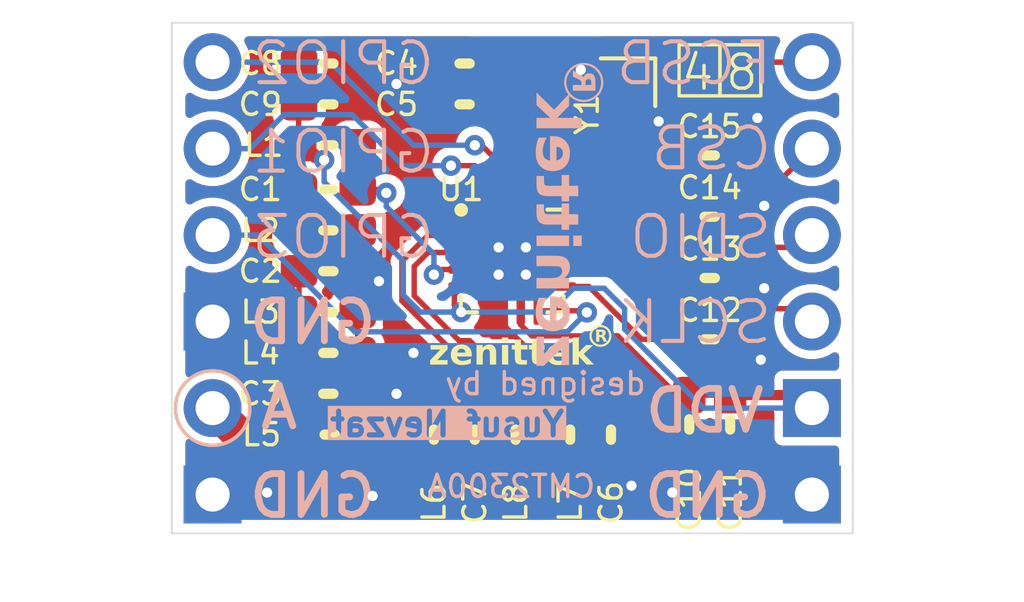
<source format=kicad_pcb>
(kicad_pcb (version 20241229) (generator "pcbnew") (generator_version "9.0")
  (layers (0 "F.Cu" signal) (2 "B.Cu" mixed) (13 "F.Paste" user) (15 "B.Paste" user) (5 "F.SilkS" user "F.Silkscreen") (7 "B.SilkS" user "B.Silkscreen") (1 "F.Mask" user) (3 "B.Mask" user) (25 "Edge.Cuts" user))
  (net 0 "")
  (net 1 "VDD")
  (net 2 "GND")
  (net 3 "Net-(U1-PA)")
  (net 4 "Net-(C3-Pad1)")
  (net 5 "Net-(U1-RFIN)")
  (net 6 "Net-(U1-RFIP)")
  (net 7 "/SCLK")
  (net 8 "/SDIO")
  (net 9 "/CSB")
  (net 10 "/FCSB")
  (net 11 "Net-(U1-XO)")
  (net 12 "Net-(U1-XI)")
  (net 13 "/GPIO3")
  (net 14 "/GPIO2")
  (net 15 "/GPIO1")
  (net 16 "Net-(J1-Pin_5)")
  (net 17 "Net-(C1-Pad1)")
  (net 18 "Net-(C2-Pad1)")
  (net 19 "Net-(C7-Pad2)")
  (footprint "Kendi_Yaptiklarim:C_0603_HandSolder" (layer "F.Cu") (at 134.6 73.7)
    (property "Reference" "C8" (at -2 0 0) (layer "F.SilkS") (effects (font (size 0.65 0.65) (thickness 0.1))))
    (property "Value" "4.7uF")
    (fp_line (start -0.15 0) (end 0.15 0) (stroke (width 0.3)) (layer "F.SilkS"))
    (pad "1" smd roundrect (at -0.8625 0) (size 1.075 0.95) (layers "F.Cu" "F.Mask" "F.Paste") (net 1 "VDD"))
    (pad "2" smd roundrect (at 0.8625 0) (size 1.075 0.95) (layers "F.Cu" "F.Mask" "F.Paste") (net 2 "GND"))
  )
  (footprint "Kendi_Yaptiklarim:L_0603_HandSolder" (layer "F.Cu") (at 134.6 82.2 180)
    (property "Reference" "L4" (at 2 0 0) (layer "F.SilkS") (effects (font (size 0.65 0.65) (thickness 0.1))))
    (property "Value" "33nH")
    (fp_line (start -0.15 0) (end 0.15 0) (stroke (width 0.3)) (layer "F.SilkS"))
    (pad "1" smd roundrect (at -0.874999 0 180) (size 1.05 0.95) (layers "F.Cu" "F.Mask" "F.Paste") (net 19 "Net-(C7-Pad2)"))
    (pad "2" smd roundrect (at 0.874999 0 180) (size 1.05 0.95) (layers "F.Cu" "F.Mask" "F.Paste") (net 4 "Net-(C3-Pad1)"))
  )
  (footprint "Crystal:Crystal_SMD_3225-4Pin_3.2x2.5mm" (layer "F.Cu") (at 142.2 75.2 180)
    (property "Reference" "Y1" (at 0 0 90) (layer "F.SilkS") (effects (font (size 0.65 0.65) (thickness 0.1))))
    (property "Value" "26MHz")
    (fp_line (start -2 1.65) (end -0.4 1.65) (stroke (width 0.12)) (layer "F.SilkS"))
    (fp_line (start -2 0.25) (end -2 1.65) (stroke (width 0.12)) (layer "F.SilkS"))
    (pad "1" smd rect (at -1.1 0.85 180) (size 1.4 1.2) (layers "F.Cu" "F.Mask" "F.Paste") (net 12 "Net-(U1-XI)"))
    (pad "2" smd rect (at 1.1 0.85 180) (size 1.4 1.2) (layers "F.Cu" "F.Mask" "F.Paste") (net 2 "GND"))
    (pad "3" smd rect (at 1.1 -0.85 180) (size 1.4 1.2) (layers "F.Cu" "F.Mask" "F.Paste") (net 11 "Net-(U1-XO)"))
    (pad "4" smd rect (at -1.1 -0.85 180) (size 1.4 1.2) (layers "F.Cu" "F.Mask" "F.Paste") (net 2 "GND"))
  )
  (footprint "Kendi_Yaptiklarim:C_0603_HandSolder" (layer "F.Cu") (at 134.6 81)
    (property "Reference" "L3" (at -2 0 0) (layer "F.SilkS") (effects (font (size 0.65 0.65) (thickness 0.1))))
    (property "Value" "15pF")
    (fp_line (start -0.15 0) (end 0.15 0) (stroke (width 0.3)) (layer "F.SilkS"))
    (pad "1" smd roundrect (at -0.8625 0) (size 1.075 0.95) (layers "F.Cu" "F.Mask" "F.Paste") (net 18 "Net-(C2-Pad1)"))
    (pad "2" smd roundrect (at 0.8625 0) (size 1.075 0.95) (layers "F.Cu" "F.Mask" "F.Paste") (net 19 "Net-(C7-Pad2)"))
  )
  (footprint "Kendi_Yaptiklarim:L_0603_HandSolder" (layer "F.Cu") (at 140.1 84.6 90)
    (property "Reference" "L8" (at -2.000001 0 90) (layer "F.SilkS") (effects (font (size 0.65 0.65) (thickness 0.1))))
    (property "Value" "68nH")
    (fp_line (start -0.15 0) (end 0.15 0) (stroke (width 0.3)) (layer "F.SilkS"))
    (pad "1" smd roundrect (at -0.874999 0 90) (size 1.05 0.95) (layers "F.Cu" "F.Mask" "F.Paste") (net 5 "Net-(U1-RFIN)"))
    (pad "2" smd roundrect (at 0.874999 0 90) (size 1.05 0.95) (layers "F.Cu" "F.Mask" "F.Paste") (net 6 "Net-(U1-RFIP)"))
  )
  (footprint "Kendi_Yaptiklarim:C_0603_HandSolder" (layer "F.Cu") (at 145.2 84.3 90)
    (property "Reference" "C10" (at -2.2 0 90) (layer "F.SilkS") (effects (font (size 0.65 0.65) (thickness 0.1))))
    (property "Value" "100nF")
    (fp_line (start -0.15 0) (end 0.15 0) (stroke (width 0.3)) (layer "F.SilkS"))
    (pad "1" smd roundrect (at -0.862501 0 90) (size 1.075 0.95) (layers "F.Cu" "F.Mask" "F.Paste") (net 2 "GND"))
    (pad "2" smd roundrect (at 0.862501 0 90) (size 1.075 0.95) (layers "F.Cu" "F.Mask" "F.Paste") (net 1 "VDD"))
  )
  (footprint "Kendi_Yaptiklarim:C_0603_HandSolder" (layer "F.Cu") (at 134.6 77.4)
    (property "Reference" "C1" (at -2 0 0) (layer "F.SilkS") (effects (font (size 0.65 0.65) (thickness 0.1))))
    (property "Value" "15pF")
    (fp_line (start -0.15 0) (end 0.15 0) (stroke (width 0.3)) (layer "F.SilkS"))
    (pad "1" smd roundrect (at -0.8625 0) (size 1.075 0.95) (layers "F.Cu" "F.Mask" "F.Paste") (net 17 "Net-(C1-Pad1)"))
    (pad "2" smd roundrect (at 0.8625 0) (size 1.075 0.95) (layers "F.Cu" "F.Mask" "F.Paste") (net 3 "Net-(U1-PA)"))
  )
  (footprint "Kendi_Yaptiklarim:C_0603_HandSolder" (layer "F.Cu") (at 145.8 78.2)
    (property "Reference" "C14" (at 0 -0.85 0) (layer "F.SilkS") (effects (font (size 0.65 0.65) (thickness 0.1))))
    (property "Value" "27pF")
    (fp_line (start -0.15 0) (end 0.15 0) (stroke (width 0.3)) (layer "F.SilkS"))
    (pad "1" smd roundrect (at -0.862501 0) (size 1.075 0.95) (layers "F.Cu" "F.Mask" "F.Paste") (net 9 "/CSB"))
    (pad "2" smd roundrect (at 0.862501 0) (size 1.075 0.95) (layers "F.Cu" "F.Mask" "F.Paste") (net 2 "GND"))
  )
  (footprint "Kendi_Yaptiklarim:L_0603_HandSolder" (layer "F.Cu") (at 141.7 84.599999 90)
    (property "Reference" "L7" (at -2.000001 0 90) (layer "F.SilkS") (effects (font (size 0.65 0.65) (thickness 0.1))))
    (property "Value" "27nH")
    (fp_line (start -0.15 0) (end 0.15 0) (stroke (width 0.3)) (layer "F.SilkS"))
    (pad "1" smd roundrect (at -0.874999 0 90) (size 1.05 0.95) (layers "F.Cu" "F.Mask" "F.Paste") (net 5 "Net-(U1-RFIN)"))
    (pad "2" smd roundrect (at 0.874999 0 90) (size 1.05 0.95) (layers "F.Cu" "F.Mask" "F.Paste") (net 19 "Net-(C7-Pad2)"))
  )
  (footprint "Kendi_Yaptiklarim:C_0603_HandSolder" (layer "F.Cu") (at 145.8 81.8)
    (property "Reference" "C12" (at 0 -0.85 0) (layer "F.SilkS") (effects (font (size 0.65 0.65) (thickness 0.1))))
    (property "Value" "27pF")
    (fp_line (start -0.15 0) (end 0.15 0) (stroke (width 0.3)) (layer "F.SilkS"))
    (pad "1" smd roundrect (at -0.8625 0) (size 1.075 0.95) (layers "F.Cu" "F.Mask" "F.Paste") (net 7 "/SCLK"))
    (pad "2" smd roundrect (at 0.8625 0) (size 1.075 0.95) (layers "F.Cu" "F.Mask" "F.Paste") (net 2 "GND"))
  )
  (footprint "Kendi_Yaptiklarim:L_0603_HandSolder" (layer "F.Cu") (at 134.6375 84.6 180)
    (property "Reference" "L5" (at 2 0 0) (layer "F.SilkS") (effects (font (size 0.65 0.65) (thickness 0.1))))
    (property "Value" "33nH")
    (fp_line (start -0.15 0) (end 0.15 0) (stroke (width 0.3)) (layer "F.SilkS"))
    (pad "1" smd roundrect (at -0.874999 0 180) (size 1.05 0.95) (layers "F.Cu" "F.Mask" "F.Paste") (net 4 "Net-(C3-Pad1)"))
    (pad "2" smd roundrect (at 0.874999 0 180) (size 1.05 0.95) (layers "F.Cu" "F.Mask" "F.Paste") (net 16 "Net-(J1-Pin_5)"))
  )
  (footprint "Kendi_Yaptiklarim:L_0603_HandSolder" (layer "F.Cu") (at 134.6 78.6)
    (property "Reference" "L2" (at -2 0 0) (layer "F.SilkS") (effects (font (size 0.65 0.65) (thickness 0.1))))
    (property "Value" "22nH")
    (fp_line (start -0.15 0) (end 0.15 0) (stroke (width 0.3)) (layer "F.SilkS"))
    (pad "1" smd roundrect (at -0.875 0) (size 1.05 0.95) (layers "F.Cu" "F.Mask" "F.Paste") (net 17 "Net-(C1-Pad1)"))
    (pad "2" smd roundrect (at 0.875 0) (size 1.05 0.95) (layers "F.Cu" "F.Mask" "F.Paste") (net 18 "Net-(C2-Pad1)"))
  )
  (footprint "Kendi_Yaptiklarim:C_0603_HandSolder" (layer "F.Cu") (at 145.8 80)
    (property "Reference" "C13" (at 0 -0.85 0) (layer "F.SilkS") (effects (font (size 0.65 0.65) (thickness 0.1))))
    (property "Value" "27pF")
    (fp_line (start -0.15 0) (end 0.15 0) (stroke (width 0.3)) (layer "F.SilkS"))
    (pad "1" smd roundrect (at -0.8625 0) (size 1.075 0.95) (layers "F.Cu" "F.Mask" "F.Paste") (net 8 "/SDIO"))
    (pad "2" smd roundrect (at 0.8625 0) (size 1.075 0.95) (layers "F.Cu" "F.Mask" "F.Paste") (net 2 "GND"))
  )
  (footprint "Package_DFN_QFN:QFN-16-1EP_3x3mm_P0.5mm_EP1.7x1.7mm" (layer "F.Cu") (at 140 79.5)
    (property "Reference" "U1" (at -1.5 -2.1 180) (layer "F.SilkS") (effects (font (size 0.65 0.65) (thickness 0.1))))
    (property "Value" "CMT2300A")
    (fp_line (start -1.51 1.5075) (end -1.51 1.0325) (stroke (width 0.12)) (layer "F.SilkS"))
    (fp_line (start -1.035 1.5075) (end -1.51 1.5075) (stroke (width 0.12)) (layer "F.SilkS"))
    (fp_line (start 1.0325 -1.51) (end 1.5075 -1.51) (stroke (width 0.12)) (layer "F.SilkS"))
    (fp_line (start 1.035 1.5075) (end 1.51 1.5075) (stroke (width 0.12)) (layer "F.SilkS"))
    (fp_line (start 1.5075 -1.51) (end 1.5075 -1.035) (stroke (width 0.12)) (layer "F.SilkS"))
    (fp_line (start 1.51 1.5075) (end 1.51 1.0325) (stroke (width 0.12)) (layer "F.SilkS"))
    (fp_circle (center -1.5 -1.5) (end -1.35 -1.5) (stroke (width 0.1)) (fill yes) (layer "F.SilkS"))
    (pad "1" smd roundrect (at -1.4625 -0.75) (size 0.825 0.25) (layers "F.Cu" "F.Mask" "F.Paste") (net 6 "Net-(U1-RFIP)"))
    (pad "2" smd roundrect (at -1.4625 -0.25) (size 0.825 0.25) (layers "F.Cu" "F.Mask" "F.Paste") (net 5 "Net-(U1-RFIN)"))
    (pad "3" smd roundrect (at -1.4625 0.25) (size 0.825 0.25) (layers "F.Cu" "F.Mask" "F.Paste") (net 3 "Net-(U1-PA)"))
    (pad "4" smd roundrect (at -1.4625 0.75) (size 0.825 0.25) (layers "F.Cu" "F.Mask" "F.Paste") (net 1 "VDD"))
    (pad "5" smd roundrect (at -0.75 1.4625) (size 0.25 0.825) (layers "F.Cu" "F.Mask" "F.Paste") (net 2 "GND"))
    (pad "6" smd roundrect (at -0.25 1.4625) (size 0.25 0.825) (layers "F.Cu" "F.Mask" "F.Paste") (net 2 "GND"))
    (pad "7" smd roundrect (at 0.25 1.4625) (size 0.25 0.825) (layers "F.Cu" "F.Mask" "F.Paste") (net 1 "VDD"))
    (pad "8" smd roundrect (at 0.75 1.4625) (size 0.25 0.825) (layers "F.Cu" "F.Mask" "F.Paste") (net 13 "/GPIO3"))
    (pad "9" smd roundrect (at 1.4625 0.75) (size 0.825 0.25) (layers "F.Cu" "F.Mask" "F.Paste") (net 7 "/SCLK"))
    (pad "10" smd roundrect (at 1.4625 0.25) (size 0.825 0.25) (layers "F.Cu" "F.Mask" "F.Paste") (net 8 "/SDIO"))
    (pad "11" smd roundrect (at 1.4625 -0.25) (size 0.825 0.25) (layers "F.Cu" "F.Mask" "F.Paste") (net 9 "/CSB"))
    (pad "12" smd roundrect (at 1.4625 -0.75) (size 0.825 0.25) (layers "F.Cu" "F.Mask" "F.Paste") (net 10 "/FCSB"))
    (pad "13" smd roundrect (at 0.75 -1.4625) (size 0.25 0.825) (layers "F.Cu" "F.Mask" "F.Paste") (net 12 "Net-(U1-XI)"))
    (pad "14" smd roundrect (at 0.25 -1.4625) (size 0.25 0.825) (layers "F.Cu" "F.Mask" "F.Paste") (net 11 "Net-(U1-XO)"))
    (pad "15" smd roundrect (at -0.25 -1.4625) (size 0.25 0.825) (layers "F.Cu" "F.Mask" "F.Paste") (net 14 "/GPIO2"))
    (pad "16" smd roundrect (at -0.75 -1.4625) (size 0.25 0.825) (layers "F.Cu" "F.Mask" "F.Paste") (net 15 "/GPIO1"))
    (pad "17" thru_hole circle (at -0.4 -0.4) (size 0.6 0.6) (drill 0.3) (layers "*.Cu" "F.Mask") (net 2 "GND"))
    (pad "17" thru_hole circle (at -0.4 0.4) (size 0.6 0.6) (drill 0.3) (layers "*.Cu" "F.Mask") (net 2 "GND"))
    (pad "17" smd rect (at 0 0) (size 1.7 1.7) (property pad_prop_heatsink) (layers "F.Cu" "F.Mask") (net 2 "GND"))
    (pad "17" thru_hole circle (at 0.4 -0.4) (size 0.6 0.6) (drill 0.3) (layers "*.Cu" "F.Mask") (net 2 "GND"))
    (pad "17" thru_hole circle (at 0.4 0.4) (size 0.6 0.6) (drill 0.3) (layers "*.Cu" "F.Mask") (net 2 "GND"))
  )
  (footprint "Kendi_Yaptiklarim:C_0603_HandSolder" (layer "F.Cu") (at 142.9 84.599999 90)
    (property "Reference" "C6" (at -2.000001 0 90) (layer "F.SilkS") (effects (font (size 0.65 0.65) (thickness 0.1))))
    (property "Value" "4.7pF")
    (fp_line (start -0.15 0) (end 0.15 0) (stroke (width 0.3)) (layer "F.SilkS"))
    (pad "1" smd roundrect (at -0.862501 0 90) (size 1.075 0.95) (layers "F.Cu" "F.Mask" "F.Paste") (net 2 "GND"))
    (pad "2" smd roundrect (at 0.862501 0 90) (size 1.075 0.95) (layers "F.Cu" "F.Mask" "F.Paste") (net 5 "Net-(U1-RFIN)"))
  )
  (footprint "Kendi_Yaptiklarim:L_0603_HandSolder" (layer "F.Cu") (at 137.7 84.6 90)
    (property "Reference" "L6" (at -2.000001 0 90) (layer "F.SilkS") (effects (font (size 0.65 0.65) (thickness 0.1))))
    (property "Value" "27nH")
    (fp_line (start -0.15 0) (end 0.15 0) (stroke (width 0.3)) (layer "F.SilkS"))
    (pad "1" smd roundrect (at -0.874999 0 90) (size 1.05 0.95) (layers "F.Cu" "F.Mask" "F.Paste") (net 6 "Net-(U1-RFIP)"))
    (pad "2" smd roundrect (at 0.874999 0 90) (size 1.05 0.95) (layers "F.Cu" "F.Mask" "F.Paste") (net 2 "GND"))
  )
  (footprint "Kendi_Yaptiklarim:C_0603_HandSolder" (layer "F.Cu") (at 138.9 84.6 90)
    (property "Reference" "C7" (at -2.000001 0 90) (layer "F.SilkS") (effects (font (size 0.65 0.65) (thickness 0.1))))
    (property "Value" "4.7pF")
    (fp_line (start -0.15 0) (end 0.15 0) (stroke (width 0.3)) (layer "F.SilkS"))
    (pad "1" smd roundrect (at -0.862501 0 90) (size 1.075 0.95) (layers "F.Cu" "F.Mask" "F.Paste") (net 6 "Net-(U1-RFIP)"))
    (pad "2" smd roundrect (at 0.862501 0 90) (size 1.075 0.95) (layers "F.Cu" "F.Mask" "F.Paste") (net 19 "Net-(C7-Pad2)"))
  )
  (footprint "Kendi_Yaptiklarim:C_0603_HandSolder" (layer "F.Cu") (at 138.6 73.7 180)
    (property "Reference" "C4" (at 2 0 0) (layer "F.SilkS") (effects (font (size 0.65 0.65) (thickness 0.1))))
    (property "Value" "24pF")
    (fp_line (start -0.15 0) (end 0.15 0) (stroke (width 0.3)) (layer "F.SilkS"))
    (pad "1" smd roundrect (at -0.862501 0 180) (size 1.075 0.95) (layers "F.Cu" "F.Mask" "F.Paste") (net 12 "Net-(U1-XI)"))
    (pad "2" smd roundrect (at 0.862501 0 180) (size 1.075 0.95) (layers "F.Cu" "F.Mask" "F.Paste") (net 2 "GND"))
  )
  (footprint "Kendi_Yaptiklarim:C_0603_HandSolder" (layer "F.Cu") (at 134.6 79.8)
    (property "Reference" "C2" (at -2 0 0) (layer "F.SilkS") (effects (font (size 0.65 0.65) (thickness 0.1))))
    (property "Value" "3pF")
    (fp_line (start -0.15 0) (end 0.15 0) (stroke (width 0.3)) (layer "F.SilkS"))
    (pad "1" smd roundrect (at -0.8625 0) (size 1.075 0.95) (layers "F.Cu" "F.Mask" "F.Paste") (net 18 "Net-(C2-Pad1)"))
    (pad "2" smd roundrect (at 0.8625 0) (size 1.075 0.95) (layers "F.Cu" "F.Mask" "F.Paste") (net 2 "GND"))
  )
  (footprint "Kendi_Yaptiklarim:C_0603_HandSolder" (layer "F.Cu") (at 138.6 74.9 180)
    (property "Reference" "C5" (at 2 0 0) (layer "F.SilkS") (effects (font (size 0.65 0.65) (thickness 0.1))))
    (property "Value" "24pF")
    (fp_line (start -0.15 0) (end 0.15 0) (stroke (width 0.3)) (layer "F.SilkS"))
    (pad "1" smd roundrect (at -0.862501 0 180) (size 1.075 0.95) (layers "F.Cu" "F.Mask" "F.Paste") (net 11 "Net-(U1-XO)"))
    (pad "2" smd roundrect (at 0.862501 0 180) (size 1.075 0.95) (layers "F.Cu" "F.Mask" "F.Paste") (net 2 "GND"))
  )
  (footprint "Kendi_Yaptiklarim:C_0603_HandSolder" (layer "F.Cu") (at 134.6 83.4)
    (property "Reference" "C3" (at -2 0 0) (layer "F.SilkS") (effects (font (size 0.65 0.65) (thickness 0.1))))
    (property "Value" "6.2pF")
    (fp_line (start -0.15 0) (end 0.15 0) (stroke (width 0.3)) (layer "F.SilkS"))
    (pad "1" smd roundrect (at -0.8625 0) (size 1.075 0.95) (layers "F.Cu" "F.Mask" "F.Paste") (net 4 "Net-(C3-Pad1)"))
    (pad "2" smd roundrect (at 0.8625 0) (size 1.075 0.95) (layers "F.Cu" "F.Mask" "F.Paste") (net 2 "GND"))
  )
  (footprint "Kendi_Yaptiklarim:C_0603_HandSolder" (layer "F.Cu") (at 146.4 84.3 90)
    (property "Reference" "C11" (at -2.2 0 90) (layer "F.SilkS") (effects (font (size 0.65 0.65) (thickness 0.1))))
    (property "Value" "100nF")
    (fp_line (start -0.15 0) (end 0.15 0) (stroke (width 0.3)) (layer "F.SilkS"))
    (pad "1" smd roundrect (at -0.862501 0 90) (size 1.075 0.95) (layers "F.Cu" "F.Mask" "F.Paste") (net 2 "GND"))
    (pad "2" smd roundrect (at 0.862501 0 90) (size 1.075 0.95) (layers "F.Cu" "F.Mask" "F.Paste") (net 1 "VDD"))
  )
  (footprint "Kendi_Yaptiklarim:L_0603_HandSolder" (layer "F.Cu") (at 134.6 76.1)
    (property "Reference" "L1" (at -1.9 0 0) (layer "F.SilkS") (effects (font (size 0.65 0.65) (thickness 0.1))))
    (property "Value" "180nH")
    (fp_line (start -0.15 0) (end 0.15 0) (stroke (width 0.3)) (layer "F.SilkS"))
    (pad "1" smd roundrect (at -0.875 0) (size 1.05 0.95) (layers "F.Cu" "F.Mask" "F.Paste") (net 1 "VDD"))
    (pad "2" smd roundrect (at 0.875 0) (size 1.05 0.95) (layers "F.Cu" "F.Mask" "F.Paste") (net 3 "Net-(U1-PA)"))
  )
  (footprint "Kendi_Yaptiklarim:C_0603_HandSolder" (layer "F.Cu") (at 134.6 74.9)
    (property "Reference" "C9" (at -2 0 0) (layer "F.SilkS") (effects (font (size 0.65 0.65) (thickness 0.1))))
    (property "Value" "470pF")
    (fp_line (start -0.15 0) (end 0.15 0) (stroke (width 0.3)) (layer "F.SilkS"))
    (pad "1" smd roundrect (at -0.8625 0) (size 1.075 0.95) (layers "F.Cu" "F.Mask" "F.Paste") (net 1 "VDD"))
    (pad "2" smd roundrect (at 0.8625 0) (size 1.075 0.95) (layers "F.Cu" "F.Mask" "F.Paste") (net 2 "GND"))
  )
  (footprint "Kendi_Yaptiklarim:C_0603_HandSolder" (layer "F.Cu") (at 145.8 76.4)
    (property "Reference" "C15" (at 0 -0.85 0) (layer "F.SilkS") (effects (font (size 0.65 0.65) (thickness 0.1))))
    (property "Value" "27pF")
    (fp_line (start -0.15 0) (end 0.15 0) (stroke (width 0.3)) (layer "F.SilkS"))
    (pad "1" smd roundrect (at -0.862501 0) (size 1.075 0.95) (layers "F.Cu" "F.Mask" "F.Paste") (net 10 "/FCSB"))
    (pad "2" smd roundrect (at 0.862501 0) (size 1.075 0.95) (layers "F.Cu" "F.Mask" "F.Paste") (net 2 "GND"))
  )
  (footprint "Connector_PinHeader_2.54mm:PinHeader_1x06_P2.54mm_Vertical" (layer "B.Cu") (at 131.2 73.66 180)
    (property "Reference" "J1" (hide yes))
    (property "Value" "Conn_01x06_Pin")
    (fp_circle (center 0 -10.16) (end -1.0922 -10.16) (stroke (width 0.1)) (fill no) (layer "F.SilkS"))
    (fp_circle (center 0 -10.16) (end 1.0922 -10.16) (stroke (width 0.1)) (fill no) (layer "B.SilkS"))
    (pad "1" thru_hole oval (at 0 0 180) (size 1.7 1.7) (drill 1) (layers "*.Cu" "*.Mask") (net 14 "/GPIO2"))
    (pad "2" thru_hole oval (at 0 -2.54 180) (size 1.7 1.7) (drill 1) (layers "*.Cu" "*.Mask") (net 15 "/GPIO1"))
    (pad "3" thru_hole oval (at 0 -5.08 180) (size 1.7 1.7) (drill 1) (layers "*.Cu" "*.Mask") (net 13 "/GPIO3"))
    (pad "4" thru_hole rect (at 0 -7.62 180) (size 1.7 1.7) (drill 1) (layers "*.Cu" "*.Mask") (net 2 "GND"))
    (pad "5" thru_hole oval (at 0 -10.16 180) (size 1.7 1.7) (drill 1) (layers "*.Cu" "*.Mask") (net 16 "Net-(J1-Pin_5)"))
    (pad "6" thru_hole rect (at 0 -12.7 180) (size 1.7 1.7) (drill 1) (layers "*.Cu" "*.Mask") (net 2 "GND"))
  )
  (footprint "Connector_PinHeader_2.54mm:PinHeader_1x06_P2.54mm_Vertical" (layer "B.Cu") (at 148.8 73.66 180)
    (property "Reference" "J2" (hide yes))
    (property "Value" "Conn_01x06_Pin")
    (pad "1" thru_hole oval (at 0 0 180) (size 1.7 1.7) (drill 1) (layers "*.Cu" "*.Mask") (net 10 "/FCSB"))
    (pad "2" thru_hole oval (at 0 -2.54 180) (size 1.7 1.7) (drill 1) (layers "*.Cu" "*.Mask") (net 9 "/CSB"))
    (pad "3" thru_hole oval (at 0 -5.08 180) (size 1.7 1.7) (drill 1) (layers "*.Cu" "*.Mask") (net 8 "/SDIO"))
    (pad "4" thru_hole oval (at 0 -7.62 180) (size 1.7 1.7) (drill 1) (layers "*.Cu" "*.Mask") (net 7 "/SCLK"))
    (pad "5" thru_hole rect (at 0 -10.16 180) (size 1.7 1.7) (drill 1) (layers "*.Cu" "*.Mask") (net 1 "VDD"))
    (pad "6" thru_hole rect (at 0 -12.7 180) (size 1.7 1.7) (drill 1) (layers "*.Cu" "*.Mask") (net 2 "GND"))
  )
  (gr_rect (start 144.9 73.15) (end 146.1 74.65) (stroke (width 0.1)) (fill no) (layer "F.SilkS"))
  (gr_rect (start 146.1 73.15) (end 147.3 74.65) (stroke (width 0.1)) (fill no) (layer "F.SilkS"))
  (gr_circle (center 142.590001 81.7) (end 142.880002 81.699998) (stroke (width 0.065)) (fill no) (layer "F.SilkS"))
  (gr_circle (center 142.1 74.257132) (end 142.079999 73.714632) (stroke (width 0.065)) (fill no) (layer "B.SilkS"))
  (gr_rect (start 130 72.5) (end 150 87.5) (stroke (width 0.05)) (fill no) (layer "Edge.Cuts"))
  (gr_text "4" (at 144.9 74.55 0) (layer "F.SilkS") (effects (font (size 1 1) (thickness 0.1)) (justify left bottom)))
  (gr_text "R" (at 142.420003 81.929999 0) (layer "F.SilkS") (effects (font (size 0.35 0.35) (thickness 0.0875) (bold yes)) (justify left bottom)))
  (gr_text "8" (at 146.2 74.55 0) (layer "F.SilkS") (effects (font (size 1 1) (thickness 0.1)) (justify left bottom)))
  (gr_text "zenittek" (at 137.540001 82.669999 0) (layer "F.SilkS") (effects (font (size 0.75 0.75) (thickness 0.125) (bold yes) (italic yes)) (justify left bottom)))
  (gr_text "CSB" (at 147.7 76.9 0) (layer "B.SilkS") (effects (font (size 1.2 1.2) (thickness 0.12)) (justify left bottom mirror)))
  (gr_text "A" (at 133.8 84.5 0) (layer "B.SilkS") (effects (font (size 1.2 1.2) (thickness 0.2) (bold yes)) (justify left bottom mirror)))
  (gr_text "zenittek" (at 140.5 82.657132 270) (layer "B.SilkS") (effects (font (size 1.25 1.25) (thickness 0.125) (bold yes) (italic yes)) (justify left bottom mirror)))
  (gr_text "GPIO2" (at 137.8 74.4 0) (layer "B.SilkS") (effects (font (size 1.2 1.2) (thickness 0.12)) (justify left bottom mirror)))
  (gr_text "GND" (at 136.1 82 0) (layer "B.SilkS") (effects (font (size 1.2 1.2) (thickness 0.2) (bold yes)) (justify left bottom mirror)))
  (gr_text "Yusuf Nevzat" (at 141.6 84.7 0) (layer "B.SilkS" knockout) (effects (font (size 0.7 0.7) (thickness 0.15) (bold yes)) (justify left bottom mirror)))
  (gr_text "SCLK" (at 147.7 82 0) (layer "B.SilkS") (effects (font (size 1.2 1.2) (thickness 0.12)) (justify left bottom mirror)))
  (gr_text "GPIO3" (at 137.8 79.5 0) (layer "B.SilkS") (effects (font (size 1.2 1.2) (thickness 0.12)) (justify left bottom mirror)))
  (gr_text "designed by" (at 143.98 83.48 0) (layer "B.SilkS") (effects (font (size 0.65 0.65) (thickness 0.1)) (justify left bottom mirror)))
  (gr_text "SDIO" (at 147.7 79.5 0) (layer "B.SilkS") (effects (font (size 1.2 1.2) (thickness 0.12)) (justify left bottom mirror)))
  (gr_text "FCSB" (at 147.7 74.4 0) (layer "B.SilkS") (effects (font (size 1.2 1.2) (thickness 0.12)) (justify left bottom mirror)))
  (gr_text "CMT2300A" (at 142.5 86.5 0) (layer "B.SilkS") (effects (font (size 0.65 0.65) (thickness 0.1)) (justify left bottom mirror)))
  (gr_text "GND" (at 136.1 87.1 0) (layer "B.SilkS") (effects (font (size 1.2 1.2) (thickness 0.2) (bold yes)) (justify left bottom mirror)))
  (gr_text "VDD" (at 147.5 84.6 0) (layer "B.SilkS") (effects (font (size 1.2 1.2) (thickness 0.2) (bold yes)) (justify left bottom mirror)))
  (gr_text "R" (at 141.669999 74.584632 270) (layer "B.SilkS") (effects (font (size 0.65 0.65) (thickness 0.0875) (bold yes)) (justify left bottom mirror)))
  (gr_text "GPIO1" (at 137.8 77 0) (layer "B.SilkS") (effects (font (size 1.2 1.2) (thickness 0.12)) (justify left bottom mirror)))
  (gr_text "GND" (at 147.7 87.1 0) (layer "B.SilkS") (effects (font (size 1.2 1.2) (thickness 0.2) (bold yes)) (justify left bottom mirror)))
  (segment (start 133.725 74.9125) (end 133.7375 74.9) (width 0.16) (layer "F.Cu") (net 1))
  (segment (start 134.041429 76.1) (end 134.270714 76.329286) (width 0.16) (layer "F.Cu") (net 1))
  (segment (start 140.25 81.374999) (end 140.575001 81.7) (width 0.16) (layer "F.Cu") (net 1))
  (segment (start 134.270714 76.329286) (end 134.270714 76.420384) (width 0.16) (layer "F.Cu") (net 1))
  (segment (start 134.158049 76.533049) (end 133.725 76.1) (width 0.16) (layer "F.Cu") (net 1))
  (segment (start 143.1 81.7) (end 144.837499 83.437499) (width 0.16) (layer "F.Cu") (net 1))
  (segment (start 133.725 76.1) (end 134.041429 76.1) (width 0.16) (layer "F.Cu") (net 1))
  (segment (start 133.725 76.1) (end 133.725 74.9125) (width 0.16) (layer "F.Cu") (net 1))
  (segment (start 140.575001 81.7) (end 143.1 81.7) (width 0.16) (layer "F.Cu") (net 1))
  (segment (start 138.5375 80.25) (end 138.3 80.4875) (width 0.16) (layer "F.Cu") (net 1))
  (segment (start 134.270714 76.329286) (end 134.474478 76.533049) (width 0.16) (layer "F.Cu") (net 1))
  (segment (start 138.3 80.4875) (end 138.3 80.8) (width 0.16) (layer "F.Cu") (net 1))
  (segment (start 145.2 83.437499) (end 146.4 83.437499) (width 0.16) (layer "F.Cu") (net 1))
  (segment (start 138.3 80.8) (end 138.5 81) (width 0.16) (layer "F.Cu") (net 1))
  (segment (start 134.474478 76.533049) (end 134.158049 76.533049) (width 0.16) (layer "F.Cu") (net 1))
  (segment (start 148.417499 83.437499) (end 148.8 83.82) (width 0.3) (layer "F.Cu") (net 1))
  (segment (start 133.7375 74.9) (end 133.7375 73.7) (width 0.16) (layer "F.Cu") (net 1))
  (segment (start 144.837499 83.437499) (end 145.2 83.437499) (width 0.16) (layer "F.Cu") (net 1))
  (segment (start 146.4 83.437499) (end 148.417499 83.437499) (width 0.3) (layer "F.Cu") (net 1))
  (segment (start 140.25 80.9625) (end 140.25 81.374999) (width 0.16) (layer "F.Cu") (net 1))
  (segment (start 134.270714 76.420384) (end 134.158049 76.533049) (width 0.16) (layer "F.Cu") (net 1))
  (via (at 134.474478 76.533049) (size 0.6) (drill 0.3) (layers "F.Cu" "B.Cu") (net 1))
  (via (at 138.5 81) (size 0.6) (drill 0.3) (layers "F.Cu" "B.Cu") (net 1))
  (segment (start 141.1 81) (end 141.8 80.3) (width 0.16) (layer "B.Cu") (net 1))
  (segment (start 145.62 83.82) (end 148.8 83.82) (width 0.16) (layer "B.Cu") (net 1))
  (segment (start 141.8 80.3) (end 142.7 80.3) (width 0.16) (layer "B.Cu") (net 1))
  (segment (start 136.8 80.5) (end 137.3 81) (width 0.16) (layer "B.Cu") (net 1))
  (segment (start 134.474478 77.174478) (end 136.8 79.5) (width 0.16) (layer "B.Cu") (net 1))
  (segment (start 136.8 79.5) (end 136.8 80.5) (width 0.16) (layer "B.Cu") (net 1))
  (segment (start 143.3 81.5) (end 145.62 83.82) (width 0.16) (layer "B.Cu") (net 1))
  (segment (start 134.474478 76.533049) (end 134.474478 77.174478) (width 0.16) (layer "B.Cu") (net 1))
  (segment (start 137.3 81) (end 138.5 81) (width 0.16) (layer "B.Cu") (net 1))
  (segment (start 138.5 81) (end 141.1 81) (width 0.16) (layer "B.Cu") (net 1))
  (segment (start 143.3 80.9) (end 143.3 81.5) (width 0.16) (layer "B.Cu") (net 1))
  (segment (start 142.7 80.3) (end 143.3 80.9) (width 0.16) (layer "B.Cu") (net 1))
  (segment (start 135.4625 73.7) (end 136 73.7) (width 0.16) (layer "F.Cu") (net 2))
  (segment (start 139.25 81.55) (end 139.417057 81.717057) (width 0.16) (layer "F.Cu") (net 2))
  (segment (start 147.602501 85.162501) (end 148.8 86.36) (width 0.3) (layer "F.Cu") (net 2))
  (segment (start 144.7 85.662501) (end 144.7 86.3) (width 0.16) (layer "F.Cu") (net 2))
  (segment (start 139.25 80.25) (end 139.45 80.05) (width 0.16) (layer "F.Cu") (net 2))
  (segment (start 145.2 85.162501) (end 146.4 85.162501) (width 0.16) (layer "F.Cu") (net 2))
  (segment (start 146.4 85.162501) (end 147.602501 85.162501) (width 0.3) (layer "F.Cu") (net 2))
  (segment (start 146.662501 75.837499) (end 147.2 75.3) (width 0.16) (layer "F.Cu") (net 2))
  (segment (start 136 73.7) (end 136.6 74.3) (width 0.16) (layer "F.Cu") (net 2))
  (segment (start 144.1 84.7) (end 144.562501 85.162501) (width 0.16) (layer "F.Cu") (net 2))
  (segment (start 136.6 74.3) (end 136 74.9) (width 0.16) (layer "F.Cu") (net 2))
  (segment (start 136.28 80.289766) (end 136.28 81.38) (width 0.16) (layer "F.Cu") (net 2))
  (segment (start 146.662501 78.2) (end 147.08 78.2) (width 0.16) (layer "F.Cu") (net 2))
  (segment (start 144.900001 85.4625) (end 145.2 85.162501) (width 0.16) (layer "F.Cu") (net 2))
  (segment (start 136.6 83.4) (end 137.374999 83.4) (width 0.16) (layer "F.Cu") (net 2))
  (segment (start 135.4625 83.4) (end 136.6 83.4) (width 0.16) (layer "F.Cu") (net 2))
  (segment (start 139.75 80.9625) (end 139.75 81.384115) (width 0.16) (layer "F.Cu") (net 2))
  (segment (start 137.2 73.7) (end 136.6 74.3) (width 0.16) (layer "F.Cu") (net 2))
  (segment (start 139.417057 81.717057) (end 140.082943 81.717057) (width 0.16) (layer "F.Cu") (net 2))
  (segment (start 139.75 80.9625) (end 139.75 79.75) (width 0.16) (layer "F.Cu") (net 2))
  (segment (start 140.082943 81.717057) (end 140.665885 82.3) (width 0.16) (layer "F.Cu") (net 2))
  (segment (start 144.1 83.4) (end 144.1 84.7) (width 0.16) (layer "F.Cu") (net 2))
  (segment (start 139.75 81.384115) (end 140.082943 81.717057) (width 0.16) (layer "F.Cu") (net 2))
  (segment (start 147.08 78.2) (end 147.4 77.88) (width 0.16) (layer "F.Cu") (net 2))
  (segment (start 140.665885 82.3) (end 143 82.3) (width 0.16) (layer "F.Cu") (net 2))
  (segment (start 136.08493 80.094696) (end 136.28 80.289766) (width 0.16) (layer "F.Cu") (net 2))
  (segment (start 137.737499 74.9) (end 137.737499 73.7) (width 0.16) (layer "F.Cu") (net 2))
  (segment (start 142.9 85.4625) (end 144.900001 85.4625) (width 0.16) (layer "F.Cu") (net 2))
  (segment (start 136.28 81.38) (end 137.1 82.2) (width 0.16) (layer "F.Cu") (net 2))
  (segment (start 143.3 76.05) (end 143.65 76.05) (width 0.16) (layer "F.Cu") (net 2))
  (segment (start 141.549998 74.35) (end 142.014876 73.885122) (width 0.16) (layer "F.Cu") (net 2))
  (segment (start 143.5 86.1) (end 143.5 86.0625) (width 0.16) (layer "F.Cu") (net 2))
  (segment (start 136 74.9) (end 135.4625 74.9) (width 0.16) (layer "F.Cu") (net 2))
  (segment (start 146.662501 76.4) (end 146.662501 75.837499) (width 0.16) (layer "F.Cu") (net 2))
  (segment (start 143.5 86.0625) (end 142.9 85.4625) (width 0.16) (layer "F.Cu") (net 2))
  (segment (start 137.737499 73.7) (end 137.2 73.7) (width 0.16) (layer "F.Cu") (net 2))
  (segment (start 140.250001 80.05) (end 140.55 80.05) (width 0.16) (layer "F.Cu") (net 2))
  (segment (start 143 82.3) (end 144.1 83.4) (width 0.16) (layer "F.Cu") (net 2))
  (segment (start 139.25 80.9625) (end 139.25 81.55) (width 0.16) (layer "F.Cu") (net 2))
  (segment (start 146.7 81.8) (end 147.3 82.4) (width 0.16) (layer "F.Cu") (net 2))
  (segment (start 143.65 76.05) (end 144.3 75.4) (width 0.16) (layer "F.Cu") (net 2))
  (segment (start 137.2 74.9) (end 136.6 74.3) (width 0.16) (layer "F.Cu") (net 2))
  (segment (start 139.75 79.75) (end 140 79.5) (width 0.16) (layer "F.Cu") (net 2))
  (segment (start 145.2 85.162501) (end 144.7 85.662501) (width 0.16) (layer "F.Cu") (net 2))
  (segment (start 141.1 74.35) (end 141.549998 74.35) (width 0.16) (layer "F.Cu") (net 2))
  (segment (start 139.25 80.9625) (end 139.25 80.25) (width 0.16) (layer "F.Cu") (net 2))
  (segment (start 135.4625 73.7) (end 135.4625 74.9) (width 0.16) (layer "F.Cu") (net 2))
  (segment (start 137.737499 74.9) (end 137.2 74.9) (width 0.16) (layer "F.Cu") (net 2))
  (segment (start 146.6625 81.8) (end 146.7 81.8) (width 0.16) (layer "F.Cu") (net 2))
  (segment (start 139.75 80.35) (end 139.45 80.05) (width 0.16) (layer "F.Cu") (net 2))
  (segment (start 139.75 80.9625) (end 139.75 80.35) (width 0.16) (layer "F.Cu") (net 2))
  (segment (start 135.4625 73.7) (end 137.737499 73.7) (width 0.16) (layer "F.Cu") (net 2))
  (segment (start 139.75 80.550001) (end 140.250001 80.05) (width 0.16) (layer "F.Cu") (net 2))
  (segment (start 146.6625 80) (end 147.1 80) (width 0.16) (layer "F.Cu") (net 2))
  (segment (start 144.7 86.3) (end 144.7 86.2) (width 0.16) (layer "F.Cu") (net 2))
  (segment (start 139.75 80.9625) (end 139.75 80.550001) (width 0.16) (layer "F.Cu") (net 2))
  (segment (start 137.374999 83.4) (end 137.7 83.725001) (width 0.16) (layer "F.Cu") (net 2))
  (segment (start 147.1 80) (end 147.4 80.3) (width 0.16) (layer "F.Cu") (net 2))
  (segment (start 135.4625 74.9) (end 137.737499 74.9) (width 0.16) (layer "F.Cu") (net 2))
  (segment (start 144.562501 85.162501) (end 145.2 85.162501) (width 0.16) (layer "F.Cu") (net 2))
  (via (at 137.1 82.2) (size 0.6) (drill 0.3) (layers "F.Cu" "B.Cu") (net 2))
  (via (at 144.7 86.3) (size 0.6) (drill 0.3) (layers "F.Cu" "B.Cu") (net 2))
  (via (at 142.014876 73.885122) (size 0.6) (drill 0.3) (layers "F.Cu" "B.Cu") (net 2))
  (via (at 147.4 80.3) (size 0.6) (drill 0.3) (layers "F.Cu" "B.Cu") (net 2))
  (via (at 136.6 83.4) (size 0.6) (drill 0.3) (layers "F.Cu" "B.Cu") (net 2))
  (via (at 144.3 75.4) (size 0.6) (drill 0.3) (layers "F.Cu" "B.Cu") (net 2))
  (via (at 132.8 86.3) (size 0.6) (drill 0.3) (layers "F.Cu" "B.Cu") (net 2))
  (via (at 136.6 74.3) (size 0.6) (drill 0.3) (layers "F.Cu" "B.Cu") (net 2))
  (via (at 147.2 75.3) (size 0.6) (drill 0.3) (layers "F.Cu" "B.Cu") (net 2))
  (via (at 147.3 82.4) (size 0.6) (drill 0.3) (layers "F.Cu" "B.Cu") (net 2))
  (via (at 147.4 77.88) (size 0.6) (drill 0.3) (layers "F.Cu" "B.Cu") (net 2))
  (via (at 135.9 86.4) (size 0.6) (drill 0.3) (layers "F.Cu" "B.Cu") (net 2))
  (via (at 143.5 86.1) (size 0.6) (drill 0.3) (layers "F.Cu" "B.Cu") (net 2))
  (via (at 136.08493 80.094696) (size 0.6) (drill 0.3) (layers "F.Cu" "B.Cu") (net 2))
  (segment (start 137.1 82.2) (end 137.1 82.9) (width 0.5) (layer "B.Cu") (net 2))
  (segment (start 137.1 82.9) (end 136.6 83.4) (width 0.5) (layer "B.Cu") (net 2))
  (segment (start 136.2 77.4) (end 136.3 77.5) (width 0.16) (layer "F.Cu") (net 3))
  (segment (start 135.475 76.1) (end 135.475 77.3875) (width 0.16) (layer "F.Cu") (net 3))
  (segment (start 138.5375 79.75) (end 137.95 79.75) (width 0.16) (layer "F.Cu") (net 3))
  (segment (start 137.7 79.9) (end 137.8 79.9) (width 0.16) (layer "F.Cu") (net 3))
  (segment (start 137.95 79.75) (end 137.7 79.9) (width 0.16) (layer "F.Cu") (net 3))
  (segment (start 135.4625 77.4) (end 136.2 77.4) (width 0.16) (layer "F.Cu") (net 3))
  (segment (start 135.475 77.3875) (end 135.4625 77.4) (width 0.16) (layer "F.Cu") (net 3))
  (via (at 136.3 77.5) (size 0.6) (drill 0.3) (layers "F.Cu" "B.Cu") (net 3))
  (via (at 137.7 79.9) (size 0.6) (drill 0.3) (layers "F.Cu" "B.Cu") (net 3))
  (segment (start 137.7 79.3) (end 136.3 77.9) (width 0.16) (layer "B.Cu") (net 3))
  (segment (start 137.7 79.9) (end 137.7 79.3) (width 0.16) (layer "B.Cu") (net 3))
  (segment (start 136.3 77.9) (end 136.3 77.5) (width 0.16) (layer "B.Cu") (net 3))
  (segment (start 133.725001 82.2) (end 133.725001 83.387501) (width 0.16) (layer "F.Cu") (net 4))
  (segment (start 135.3 84.6) (end 135.512499 84.6) (width 0.16) (layer "F.Cu") (net 4))
  (segment (start 134.6 83.9) (end 135.3 84.6) (width 0.16) (layer "F.Cu") (net 4))
  (segment (start 134.3 83.4) (end 134.6 83.7) (width 0.16) (layer "F.Cu") (net 4))
  (segment (start 134.6 83.7) (end 134.6 83.9) (width 0.16) (layer "F.Cu") (net 4))
  (segment (start 133.7375 83.4) (end 134.3 83.4) (width 0.16) (layer "F.Cu") (net 4))
  (segment (start 133.725001 83.387501) (end 133.7375 83.4) (width 0.16) (layer "F.Cu") (net 4))
  (segment (start 139.933825 82.077057) (end 140.776768 82.92) (width 0.16) (layer "F.Cu") (net 5))
  (segment (start 140.780782 83.080782) (end 141.080782 83.080782) (width 0.16) (layer "F.Cu") (net 5))
  (segment (start 142.9 83.5) (end 142.9 83.737498) (width 0.16) (layer "F.Cu") (net 5))
  (segment (start 140.9 83.261564) (end 140.930782 83.230782) (width 0.16) (layer "F.Cu") (net 5))
  (segment (start 138.749116 81.84) (end 138.986173 82.077057) (width 0.16) (layer "F.Cu") (net 5))
  (segment (start 140.776768 83.076768) (end 140.776768 82.92) (width 0.16) (layer "F.Cu") (net 5))
  (segment (start 140.1 85.474999) (end 140.1 84.988437) (width 0.16) (layer "F.Cu") (net 5))
  (segment (start 140.9 84.188437) (end 140.9 83.261564) (width 0.16) (layer "F.Cu") (net 5))
  (segment (start 138.44 81.84) (end 138.749116 81.84) (width 0.16) (layer "F.Cu") (net 5))
  (segment (start 140.1 84.988437) (end 140.9 84.188437) (width 0.16) (layer "F.Cu") (net 5))
  (segment (start 141.7 85.474998) (end 141.7 85.2) (width 0.16) (layer "F.Cu") (net 5))
  (segment (start 140.776768 83.076768) (end 140.780782 83.080782) (width 0.16) (layer "F.Cu") (net 5))
  (segment (start 140.930782 83.230782) (end 140.776768 83.076768) (width 0.16) (layer "F.Cu") (net 5))
  (segment (start 137.529756 79.25) (end 137.12 79.659756) (width 0.16) (layer "F.Cu") (net 5))
  (segment (start 140.776768 82.92) (end 141.241564 82.92) (width 0.16) (layer "F.Cu") (net 5))
  (segment (start 140.930782 83.230782) (end 141.080782 83.080782) (width 0.16) (layer "F.Cu") (net 5))
  (segment (start 141.241564 82.92) (end 142.32 82.92) (width 0.16) (layer "F.Cu") (net 5))
  (segment (start 137.12 79.659756) (end 137.12 80.52) (width 0.16) (layer "F.Cu") (net 5))
  (segment (start 142.9 84) (end 142.9 83.737498) (width 0.16) (layer "F.Cu") (net 5))
  (segment (start 141.080782 83.080782) (end 141.241564 82.92) (width 0.16) (layer "F.Cu") (net 5))
  (segment (start 141.7 85.2) (end 142.9 84) (width 0.16) (layer "F.Cu") (net 5))
  (segment (start 138.986173 82.077057) (end 139.933825 82.077057) (width 0.16) (layer "F.Cu") (net 5))
  (segment (start 138.5375 79.25) (end 137.529756 79.25) (width 0.16) (layer "F.Cu") (net 5))
  (segment (start 142.32 82.92) (end 142.9 83.5) (width 0.16) (layer "F.Cu") (net 5))
  (segment (start 137.12 80.52) (end 138.44 81.84) (width 0.16) (layer "F.Cu") (net 5))
  (segment (start 136.76 80.669116) (end 138.290884 82.2) (width 0.16) (layer "F.Cu") (net 6))
  (segment (start 138.6 82.2) (end 138.837057 82.437057) (width 0.16) (layer "F.Cu") (net 6))
  (segment (start 138.887502 85.474999) (end 138.9 85.462501) (width 0.16) (layer "F.Cu") (net 6))
  (segment (start 138.290884 82.2) (end 138.6 82.2) (width 0.16) (layer "F.Cu") (net 6))
  (segment (start 136.76 79.51064) (end 136.76 80.669116) (width 0.16) (layer "F.Cu") (net 6))
  (segment (start 137.52064 78.75) (end 136.76 79.51064) (width 0.16) (layer "F.Cu") (net 6))
  (segment (start 140.1 84) (end 140.1 83.725001) (width 0.16) (layer "F.Cu") (net 6))
  (segment (start 140.1 83.2) (end 140.1 83.725001) (width 0.16) (layer "F.Cu") (net 6))
  (segment (start 138.837057 82.437057) (end 139.337057 82.437057) (width 0.16) (layer "F.Cu") (net 6))
  (segment (start 138.9 85.2) (end 140.1 84) (width 0.16) (layer "F.Cu") (net 6))
  (segment (start 138.5375 78.75) (end 137.52064 78.75) (width 0.16) (layer "F.Cu") (net 6))
  (segment (start 140.1 84.1) (end 140.1 83.725001) (width 0.16) (layer "F.Cu") (net 6))
  (segment (start 138.9 85.462501) (end 138.9 85.2) (width 0.16) (layer "F.Cu") (net 6))
  (segment (start 139.337057 82.437057) (end 140.1 83.2) (width 0.16) (layer "F.Cu") (net 6))
  (segment (start 137.7 85.474999) (end 138.887502 85.474999) (width 0.16) (layer "F.Cu") (net 6))
  (segment (start 144.9375 81.8) (end 144.9375 81.4625) (width 0.16) (layer "F.Cu") (net 7))
  (segment (start 142.25 80.25) (end 141.4625 80.25) (width 0.16) (layer "F.Cu") (net 7))
  (segment (start 145.5 80.9) (end 148.42 80.9) (width 0.16) (layer "F.Cu") (net 7))
  (segment (start 148.42 80.9) (end 148.8 81.28) (width 0.16) (layer "F.Cu") (net 7))
  (segment (start 144.9375 81.4625) (end 145.5 80.9) (width 0.16) (layer "F.Cu") (net 7))
  (segment (start 144.9375 81.8) (end 143.8 81.8) (width 0.16) (layer "F.Cu") (net 7))
  (segment (start 143.8 81.8) (end 142.25 80.25) (width 0.16) (layer "F.Cu") (net 7))
  (segment (start 144.9375 79.7625) (end 145.6 79.1) (width 0.16) (layer "F.Cu") (net 8))
  (segment (start 145.6 79.1) (end 148.44 79.1) (width 0.16) (layer "F.Cu") (net 8))
  (segment (start 144.9375 80) (end 144.9375 79.7625) (width 0.16) (layer "F.Cu") (net 8))
  (segment (start 142.75 79.75) (end 141.4625 79.75) (width 0.16) (layer "F.Cu") (net 8))
  (segment (start 143 80) (end 144.9375 80) (width 0.16) (layer "F.Cu") (net 8))
  (segment (start 143 80) (end 142.75 79.75) (width 0.16) (layer "F.Cu") (net 8))
  (segment (start 148.44 79.1) (end 148.8 78.74) (width 0.16) (layer "F.Cu") (net 8))
  (segment (start 144.937499 78.2) (end 144.937499 77.962501) (width 0.16) (layer "F.Cu") (net 9))
  (segment (start 145.6 77.3) (end 147.7 77.3) (width 0.16) (layer "F.Cu") (net 9))
  (segment (start 144.937499 78.2) (end 143.4 78.2) (width 0.16) (layer "F.Cu") (net 9))
  (segment (start 144.937499 77.962501) (end 145.6 77.3) (width 0.16) (layer "F.Cu") (net 9))
  (segment (start 142.35 79.25) (end 141.4625 79.25) (width 0.16) (layer "F.Cu") (net 9))
  (segment (start 147.7 77.3) (end 148.8 76.2) (width 0.16) (layer "F.Cu") (net 9))
  (segment (start 143.4 78.2) (end 142.35 79.25) (width 0.16) (layer "F.Cu") (net 9))
  (segment (start 141.4625 78.75) (end 142.15 78.75) (width 0.16) (layer "F.Cu") (net 10))
  (segment (start 144.8 76.4) (end 144.937499 76.4) (width 0.16) (layer "F.Cu") (net 10))
  (segment (start 142.15 78.75) (end 143.5 77.4) (width 0.16) (layer "F.Cu") (net 10))
  (segment (start 144.937499 76.4) (end 144.937499 75.562501) (width 0.16) (layer "F.Cu") (net 10))
  (segment (start 146.84 73.66) (end 148.8 73.66) (width 0.16) (layer "F.Cu") (net 10))
  (segment (start 144 77.4) (end 144.937499 76.462501) (width 0.16) (layer "F.Cu") (net 10))
  (segment (start 144.937499 75.562501) (end 146.84 73.66) (width 0.16) (layer "F.Cu") (net 10))
  (segment (start 143.5 77.4) (end 144 77.4) (width 0.16) (layer "F.Cu") (net 10))
  (segment (start 144.937499 76.462501) (end 144.937499 76.4) (width 0.16) (layer "F.Cu") (net 10))
  (segment (start 140.35 76.05) (end 141.1 76.05) (width 0.16) (layer "F.Cu") (net 11))
  (segment (start 140.25 77.35) (end 140.4 77.2) (width 0.16) (layer "F.Cu") (net 11))
  (segment (start 139.462501 74.9) (end 139.462501 75.162501) (width 0.16) (layer "F.Cu") (net 11))
  (segment (start 139.462501 75.162501) (end 140.35 76.05) (width 0.16) (layer "F.Cu") (net 11))
  (segment (start 140.4 77.2) (end 140.9 77.2) (width 0.16) (layer "F.Cu") (net 11))
  (segment (start 140.25 78.0375) (end 140.25 77.35) (width 0.16) (layer "F.Cu") (net 11))
  (segment (start 140.9 77.2) (end 141.1 77) (width 0.16) (layer "F.Cu") (net 11))
  (segment (start 141.1 77) (end 141.1 76.05) (width 0.16) (layer "F.Cu") (net 11))
  (segment (start 143.15 74.35) (end 143.3 74.35) (width 0.16) (layer "F.Cu") (net 12))
  (segment (start 139.462501 73.7) (end 139.6 73.7) (width 0.16) (layer "F.Cu") (net 12))
  (segment (start 141.7875 77.5) (end 142.2 77.0875) (width 0.16) (layer "F.Cu") (net 12))
  (segment (start 142.25 73.3) (end 143.3 74.35) (width 0.16) (layer "F.Cu") (net 12))
  (segment (start 141.2875 77.5) (end 141.7875 77.5) (width 0.16) (layer "F.Cu") (net 12))
  (segment (start 140.75 78.0375) (end 141.2875 77.5) (width 0.16) (layer "F.Cu") (net 12))
  (segment (start 139.6 73.7) (end 140 73.3) (width 0.16) (layer "F.Cu") (net 12))
  (segment (start 142.2 77.0875) (end 142.2 75.3) (width 0.16) (layer "F.Cu") (net 12))
  (segment (start 142.2 75.3) (end 143.15 74.35) (width 0.16) (layer "F.Cu") (net 12))
  (segment (start 140 73.3) (end 142.25 73.3) (width 0.16) (layer "F.Cu") (net 12))
  (segment (start 142.142256 80.9625) (end 140.75 80.9625) (width 0.16) (layer "F.Cu") (net 13))
  (segment (start 142.189878 81.010122) (end 142.142256 80.9625) (width 0.16) (layer "F.Cu") (net 13))
  (via (at 142.189878 81.010122) (size 0.6) (drill 0.3) (layers "F.Cu" "B.Cu") (net 13))
  (segment (start 132.54 78.74) (end 131.2 78.74) (width 0.16) (layer "B.Cu") (net 13))
  (segment (start 142.189878 81.010122) (end 141.62 81.58) (width 0.16) (layer "B.Cu") (net 13))
  (segment (start 141.62 81.58) (end 135.38 81.58) (width 0.16) (layer "B.Cu") (net 13))
  (segment (start 135.38 81.58) (end 132.54 78.74) (width 0.16) (layer "B.Cu") (net 13))
  (segment (start 139.2 76.2) (end 139.1 76.1) (width 0.16) (layer "F.Cu") (net 14))
  (segment (start 139.1 76.1) (end 138.9 76.1) (width 0.16) (layer "F.Cu") (net 14))
  (segment (start 139.75 78.0375) (end 139.75 76.75) (width 0.16) (layer "F.Cu") (net 14))
  (segment (start 139.75 76.75) (end 139.2 76.2) (width 0.16) (layer "F.Cu") (net 14))
  (via (at 138.9 76.1) (size 0.6) (drill 0.3) (layers "F.Cu" "B.Cu") (net 14))
  (segment (start 138.9 76.1) (end 137.1 76.1) (width 0.16) (layer "B.Cu") (net 14))
  (segment (start 137.1 76.1) (end 134.66 73.66) (width 0.16) (layer "B.Cu") (net 14))
  (segment (start 134.66 73.66) (end 131.2 73.66) (width 0.16) (layer "B.Cu") (net 14))
  (segment (start 139.25 77.05) (end 138.9 76.7) (width 0.16) (layer "F.Cu") (net 15))
  (segment (start 138.9 76.7) (end 138.2 76.7) (width 0.16) (layer "F.Cu") (net 15))
  (segment (start 139.25 78.0375) (end 139.25 77.05) (width 0.16) (layer "F.Cu") (net 15))
  (via (at 138.2 76.7) (size 0.6) (drill 0.3) (layers "F.Cu" "B.Cu") (net 15))
  (segment (start 135.3 75.2) (end 133.3 75.2) (width 0.16) (layer "B.Cu") (net 15))
  (segment (start 136.8 76.7) (end 135.3 75.2) (width 0.16) (layer "B.Cu") (net 15))
  (segment (start 132.3 76.2) (end 131.2 76.2) (width 0.16) (layer "B.Cu") (net 15))
  (segment (start 138.2 76.7) (end 136.8 76.7) (width 0.16) (layer "B.Cu") (net 15))
  (segment (start 133.3 75.2) (end 132.3 76.2) (width 0.16) (layer "B.Cu") (net 15))
  (segment (start 133.762501 84.6) (end 131.98 84.6) (width 1) (layer "F.Cu") (net 16))
  (segment (start 131.98 84.6) (end 131.2 83.82) (width 1) (layer "F.Cu") (net 16))
  (segment (start 133.7375 78.5875) (end 133.725 78.6) (width 0.16) (layer "F.Cu") (net 17))
  (segment (start 133.7375 77.4) (end 133.7375 78.5875) (width 0.16) (layer "F.Cu") (net 17))
  (segment (start 134.95 78.6) (end 134.53 79.02) (width 0.16) (layer "F.Cu") (net 18))
  (segment (start 134.53 79.545) (end 134.275 79.8) (width 0.16) (layer "F.Cu") (net 18))
  (segment (start 134.275 79.8) (end 133.7375 79.8) (width 0.16) (layer "F.Cu") (net 18))
  (segment (start 134.53 79.02) (end 134.53 79.545) (width 0.16) (layer "F.Cu") (net 18))
  (segment (start 133.7375 81) (end 133.7375 79.8) (width 0.16) (layer "F.Cu") (net 18))
  (segment (start 135.475 78.6) (end 134.95 78.6) (width 0.16) (layer "F.Cu") (net 18))
  (segment (start 138.9 84) (end 138.9 83.737499) (width 0.16) (layer "F.Cu") (net 19))
  (segment (start 141.7 83.999999) (end 140.945 84.754999) (width 0.16) (layer "F.Cu") (net 19))
  (segment (start 138.3 84.6) (end 138.9 84) (width 0.16) (layer "F.Cu") (net 19))
  (segment (start 138.500001 82.8) (end 138.9 83.199999) (width 0.16) (layer "F.Cu") (net 19))
  (segment (start 136 82.2) (end 136.6 82.8) (width 0.16) (layer "F.Cu") (net 19))
  (segment (start 140.945 86.055) (end 140.6 86.4) (width 0.16) (layer "F.Cu") (net 19))
  (segment (start 135.4625 81) (end 135.4625 82.187501) (width 0.16) (layer "F.Cu") (net 19))
  (segment (start 135.474999 82.2) (end 136 82.2) (width 0.16) (layer "F.Cu") (net 19))
  (segment (start 135.4625 82.187501) (end 135.474999 82.2) (width 0.16) (layer "F.Cu") (net 19))
  (segment (start 136.6 82.8) (end 138.500001 82.8) (width 0.16) (layer "F.Cu") (net 19))
  (segment (start 136.9 84.8) (end 137.1 84.6) (width 0.16) (layer "F.Cu") (net 19))
  (segment (start 141.7 83.725) (end 141.7 83.999999) (width 0.16) (layer "F.Cu") (net 19))
  (segment (start 140.945 84.754999) (end 140.945 86.055) (width 0.16) (layer "F.Cu") (net 19))
  (segment (start 137.1 84.6) (end 138.3 84.6) (width 0.16) (layer "F.Cu") (net 19))
  (segment (start 136.9 86) (end 136.9 84.8) (width 0.16) (layer "F.Cu") (net 19))
  (segment (start 137.3 86.4) (end 136.9 86) (width 0.16) (layer "F.Cu") (net 19))
  (segment (start 140.6 86.4) (end 137.3 86.4) (width 0.16) (layer "F.Cu") (net 19))
  (segment (start 138.9 83.199999) (end 138.9 83.737499) (width 0.16) (layer "F.Cu") (net 19))
  (zone (net 2) (net_name "GND") (layer "F.Cu") (priority 1) (connect_pads yes (clearance 0.25)) (min_thickness 0.25) (fill yes (thermal_gap 0.5) (thermal_bridge_width 0.5) (smoothing fillet) (radius 0.3))
    (polygon (pts (xy 149.8 87.3) (xy 149.8 72.7) (xy 130.2 72.7) (xy 130.2 87.3)))
  )
  (zone (net 2) (net_name "GND") (layer "B.Cu") (connect_pads yes (clearance 0.25)) (min_thickness 0.25) (fill yes (thermal_gap 0.5) (thermal_bridge_width 0.5) (smoothing fillet) (radius 0.3) (island_removal_mode 1) (island_area_min 10))
    (polygon (pts (xy 130.2 72.7) (xy 149.8 72.7) (xy 149.8 87.3) (xy 130.2 87.3)))
  )
)
</source>
